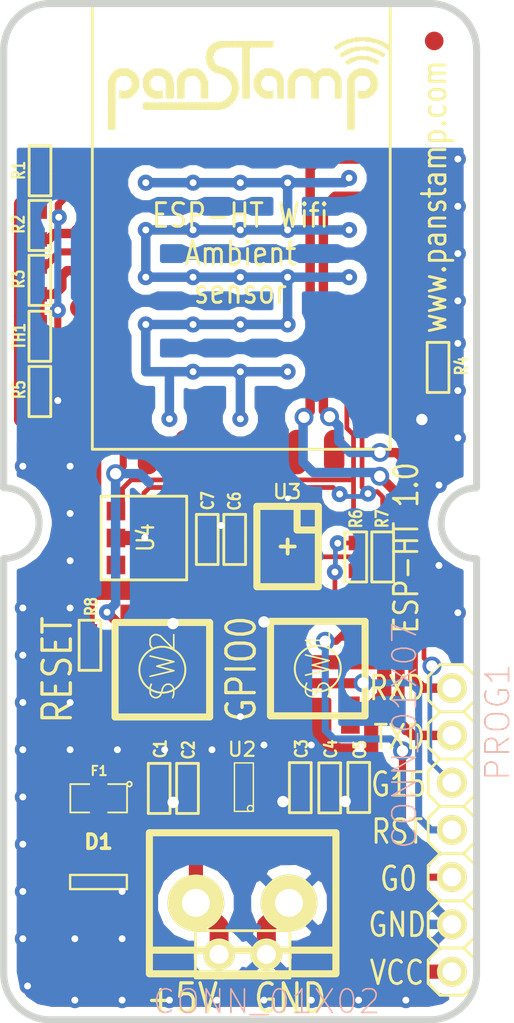
<source format=kicad_pcb>
(kicad_pcb (version 4) (host pcbnew 0.201511131146+6311~30~ubuntu14.04.1-product)
  (title_block (title "panStamp Humidity and Temperature board for ESP8266") (date 2015-11-28) (rev 1.0) (company panStamp))
  (layers (0 Front signal) (31 Back signal) (34 B.Paste user) (35 F.Paste user) (36 B.SilkS user) (37 F.SilkS user) (38 B.Mask user) (39 F.Mask user) (44 Edge.Cuts user))
  (net 0 "")
  (net 1 /RESET)
  (net 2 /RXD)
  (net 3 /TXD)
  (net 4 GND)
  (net 5 /GPIO0)
  (net 6 /GPIO2)
  (net 7 /ADC)
  (net 8 /GPIO4)
  (net 9 /GPIO5)
  (net 10 /GPIO15)
  (net 11 VCC)
  (net 12 "Net-(R2-Pad1)")
  (net 13 /GPIO16)
  (net 14 "Net-(U1-Pad9)")
  (net 15 "Net-(U1-Pad10)")
  (net 16 "Net-(U1-Pad11)")
  (net 17 "Net-(U1-Pad12)")
  (net 18 "Net-(U1-Pad13)")
  (net 19 "Net-(U1-Pad14)")
  (net 20 /GPIO14)
  (net 21 /GPIO12)
  (net 22 /GPIO13)
  (net 23 "Net-(C1-Pad1)")
  (net 24 "Net-(F1-Pad1)")
  (module pinhead:pinhead-1-1X02 (layer Front) (at 148.717 96.0882)
    (fp_text reference P2 hide)
    (fp_text value CONN_01X02 (at 1.27 2.54) (layer B.SilkS) (effects (font (size 1.27 1.27) (thickness 0.0889))))
    (pad 1 thru_hole circle (at -1.27 0) (size 1.7 1.7) (drill 1.016) (layers *.Cu F.Paste F.SilkS F.Mask) (net 24 "Net-(F1-Pad1)"))
    (pad 2 thru_hole circle (at 1.27 0) (size 1.7 1.7) (drill 1.016) (layers *.Cu F.Paste F.SilkS F.Mask) (net 4 GND))
  )
  (module ESP8266:ESP-12E (layer Front) (at 140.64 53.34)
    (fp_text reference U1 hide)
    (fp_text value ESP-12E hide)
    (pad 9 smd oval (at 2.99 15.75 90) (size 2.4 1.1) (layers Front F.Paste F.Mask) (net 14 "Net-(U1-Pad9)"))
    (pad 10 smd oval (at 4.99 15.75 90) (size 2.4 1.1) (layers Front F.Paste F.Mask) (net 15 "Net-(U1-Pad10)"))
    (pad 11 smd oval (at 6.99 15.75 90) (size 2.4 1.1) (layers Front F.Paste F.Mask) (net 16 "Net-(U1-Pad11)"))
    (pad 12 smd oval (at 8.99 15.75 90) (size 2.4 1.1) (layers Front F.Paste F.Mask) (net 17 "Net-(U1-Pad12)"))
    (pad 13 smd oval (at 10.99 15.75 90) (size 2.4 1.1) (layers Front F.Paste F.Mask) (net 18 "Net-(U1-Pad13)"))
    (pad 14 smd oval (at 12.99 15.75 90) (size 2.4 1.1) (layers Front F.Paste F.Mask) (net 19 "Net-(U1-Pad14)"))
    (pad 1 smd rect (at 0 0) (size 2.4 1.1) (layers Front F.Paste F.Mask) (net 1 /RESET))
    (pad 2 smd oval (at 0 2) (size 2.4 1.1) (layers Front F.Paste F.Mask) (net 7 /ADC))
    (pad 3 smd oval (at 0 4) (size 2.4 1.1) (layers Front F.Paste F.Mask) (net 12 "Net-(R2-Pad1)"))
    (pad 4 smd oval (at 0 6) (size 2.4 1.1) (layers Front F.Paste F.Mask) (net 13 /GPIO16))
    (pad 5 smd oval (at 0 8) (size 2.4 1.1) (layers Front F.Paste F.Mask) (net 20 /GPIO14))
    (pad 6 smd oval (at 0 10) (size 2.4 1.1) (layers Front F.Paste F.Mask) (net 21 /GPIO12))
    (pad 7 smd oval (at 0 12) (size 2.4 1.1) (layers Front F.Paste F.Mask) (net 22 /GPIO13))
    (pad 8 smd oval (at 0 14) (size 2.4 1.1) (layers Front F.Paste F.Mask) (net 11 VCC))
    (pad 15 smd oval (at 16 14) (size 2.4 1.1) (layers Front F.Paste F.Mask) (net 4 GND))
    (pad 16 smd oval (at 16 12) (size 2.4 1.1) (layers Front F.Paste F.Mask) (net 10 /GPIO15))
    (pad 17 smd oval (at 16 10) (size 2.4 1.1) (layers Front F.Paste F.Mask) (net 6 /GPIO2))
    (pad 18 smd oval (at 16 8) (size 2.4 1.1) (layers Front F.Paste F.Mask) (net 5 /GPIO0))
    (pad 19 smd oval (at 16 6) (size 2.4 1.1) (layers Front F.Paste F.Mask) (net 8 /GPIO4))
    (pad 20 smd oval (at 16 4) (size 2.4 1.1) (layers Front F.Paste F.Mask) (net 9 /GPIO5))
    (pad 21 smd oval (at 16 2) (size 2.4 1.1) (layers Front F.Paste F.Mask) (net 2 /RXD))
    (pad 22 smd oval (at 16 0) (size 2.4 1.1) (layers Front F.Paste F.Mask) (net 3 /TXD))
  )
  (module mysmd:SM0603S (layer Front) (at 144.23 87.17 270)
    (fp_text reference C1 (at -2.13 -0.06 270) (layer F.SilkS) (effects (font (size 0.635 0.508) (thickness 0.127))))
    (fp_text value 10u hide)
    (pad 2 smd rect (at 0.7493 0 270) (size 0.7874 0.762) (layers Front F.Paste F.Mask) (net 4 GND))
    (pad 1 smd rect (at -0.7493 0 270) (size 0.7874 0.762) (layers Front F.Paste F.Mask) (net 23 "Net-(C1-Pad1)"))
  )
  (module mysmd:SM0603S (layer Front) (at 145.75 87.17 270)
    (fp_text reference C2 (at -2.07 -0.05 270) (layer F.SilkS) (effects (font (size 0.635 0.508) (thickness 0.127))))
    (fp_text value 1u hide)
    (pad 2 smd rect (at 0.7493 0 270) (size 0.7874 0.762) (layers Front F.Paste F.Mask) (net 4 GND))
    (pad 1 smd rect (at -0.7493 0 270) (size 0.7874 0.762) (layers Front F.Paste F.Mask) (net 23 "Net-(C1-Pad1)"))
  )
  (module mysmd:SM0603S (layer Front) (at 151.81 87.13 270)
    (fp_text reference C3 (at -2.09 -0.06 270) (layer F.SilkS) (effects (font (size 0.635 0.508) (thickness 0.127))))
    (fp_text value 10u hide)
    (pad 2 smd rect (at 0.7493 0 270) (size 0.7874 0.762) (layers Front F.Paste F.Mask) (net 4 GND))
    (pad 1 smd rect (at -0.7493 0 270) (size 0.7874 0.762) (layers Front F.Paste F.Mask) (net 11 VCC))
  )
  (module mysmd:SM0603S (layer Front) (at 153.39 87.14 270)
    (fp_text reference C4 (at -2.09 -0.06 270) (layer F.SilkS) (effects (font (size 0.635 0.508) (thickness 0.127))))
    (fp_text value 1u hide)
    (pad 2 smd rect (at 0.7493 0 270) (size 0.7874 0.762) (layers Front F.Paste F.Mask) (net 4 GND))
    (pad 1 smd rect (at -0.7493 0 270) (size 0.7874 0.762) (layers Front F.Paste F.Mask) (net 11 VCC))
  )
  (module mysmd:SM0603S (layer Front) (at 154.95 87.12 270)
    (fp_text reference C5 (at -2.04 -0.06 270) (layer F.SilkS) (effects (font (size 0.635 0.508) (thickness 0.127))))
    (fp_text value 100n hide)
    (pad 2 smd rect (at 0.7493 0 270) (size 0.7874 0.762) (layers Front F.Paste F.Mask) (net 4 GND))
    (pad 1 smd rect (at -0.7493 0 270) (size 0.7874 0.762) (layers Front F.Paste F.Mask) (net 11 VCC))
  )
  (module SM0603S (layer Front) (at 148.2852 73.787 90)
    (fp_text reference C6 (at 2.06 -0.01 90) (layer F.SilkS) (effects (font (size 0.635 0.508) (thickness 0.127))))
    (fp_text value 100n hide)
    (pad 2 smd rect (at 0.7493 0 90) (size 0.7874 0.762) (layers Front F.Paste F.Mask) (net 4 GND))
    (pad 1 smd rect (at -0.7493 0 90) (size 0.7874 0.762) (layers Front F.Paste F.Mask) (net 11 VCC))
  )
  (module myconnectors:terminal_block_5mm_2P (layer Front) (at 148.72 93.35)
    (fp_text reference P1 hide)
    (fp_text value CONN_01X02 hide)
    (pad 1 thru_hole circle (at -2.51714 -0.0254) (size 3.048 3.048) (drill 1.4986) (layers *.Cu *.Mask F.SilkS) (net 24 "Net-(F1-Pad1)"))
    (pad 2 thru_hole circle (at 2.48412 -0.0254) (size 3.048 3.048) (drill 1.4986) (layers *.Cu *.Mask F.SilkS) (net 4 GND))
  )
  (module mysmd:SM0603S (layer Front) (at 137.83 53.97 270)
    (fp_text reference R1 (at -0.02 1.14 270) (layer F.SilkS) (effects (font (size 0.635 0.508) (thickness 0.127))))
    (fp_text value 10k hide)
    (pad 2 smd rect (at 0.7493 0 270) (size 0.7874 0.762) (layers Front F.Paste F.Mask) (net 11 VCC))
    (pad 1 smd rect (at -0.7493 0 270) (size 0.7874 0.762) (layers Front F.Paste F.Mask) (net 1 /RESET))
  )
  (module mysmd:SM0603S (layer Front) (at 137.82 56.91 90)
    (fp_text reference R2 (at 0.0635 -1.1557 90) (layer F.SilkS) (effects (font (size 0.635 0.508) (thickness 0.127))))
    (fp_text value 10k hide)
    (pad 2 smd rect (at 0.7493 0 90) (size 0.7874 0.762) (layers Front F.Paste F.Mask) (net 11 VCC))
    (pad 1 smd rect (at -0.7493 0 90) (size 0.7874 0.762) (layers Front F.Paste F.Mask) (net 12 "Net-(R2-Pad1)"))
  )
  (module mysmd:SM0603S (layer Front) (at 137.82 59.86 270)
    (fp_text reference R3 (at -0.07 1.16 270) (layer F.SilkS) (effects (font (size 0.635 0.508) (thickness 0.127))))
    (fp_text value 0 hide)
    (pad 2 smd rect (at 0.7493 0 270) (size 0.7874 0.762) (layers Front F.Paste F.Mask) (net 13 /GPIO16))
    (pad 1 smd rect (at -0.7493 0 270) (size 0.7874 0.762) (layers Front F.Paste F.Mask) (net 1 /RESET))
  )
  (module mysmd:SM0603S (layer Front) (at 159.21 64.54 270)
    (fp_text reference R4 (at -0.08 -1.25 270) (layer F.SilkS) (effects (font (size 0.635 0.508) (thickness 0.127))))
    (fp_text value 10k hide)
    (pad 2 smd rect (at 0.7493 0 270) (size 0.7874 0.762) (layers Front F.Paste F.Mask) (net 10 /GPIO15))
    (pad 1 smd rect (at -0.7493 0 270) (size 0.7874 0.762) (layers Front F.Paste F.Mask) (net 4 GND))
  )
  (module mysmd:SM0603S (layer Front) (at 154.7876 74.7268 90)
    (fp_text reference R6 (at 2.05 0.01 90) (layer F.SilkS) (effects (font (size 0.635 0.508) (thickness 0.127))))
    (fp_text value 10k hide)
    (pad 2 smd rect (at 0.7493 0 90) (size 0.7874 0.762) (layers Front F.Paste F.Mask) (net 5 /GPIO0))
    (pad 1 smd rect (at -0.7493 0 90) (size 0.7874 0.762) (layers Front F.Paste F.Mask) (net 11 VCC))
  )
  (module mysmd:SM0603S (layer Front) (at 156.2354 74.7268 90)
    (fp_text reference R7 (at 2.06 -0.03 90) (layer F.SilkS) (effects (font (size 0.635 0.508) (thickness 0.127))))
    (fp_text value 10k hide)
    (pad 2 smd rect (at 0.7493 0 90) (size 0.7874 0.762) (layers Front F.Paste F.Mask) (net 6 /GPIO2))
    (pad 1 smd rect (at -0.7493 0 90) (size 0.7874 0.762) (layers Front F.Paste F.Mask) (net 11 VCC))
  )
  (module mysmd:SM0603S (layer Front) (at 140.5128 79.4766 90)
    (fp_text reference R8 (at 2.0828 0.0762 90) (layer F.SilkS) (effects (font (size 0.635 0.508) (thickness 0.127))))
    (fp_text value 10k hide)
    (pad 2 smd rect (at 0.7493 0 90) (size 0.7874 0.762) (layers Front F.Paste F.Mask) (net 11 VCC))
    (pad 1 smd rect (at -0.7493 0 90) (size 0.7874 0.762) (layers Front F.Paste F.Mask) (net 1 /RESET))
  )
  (module switch-tact-noah (layer Front) (at 152.75 80.73 270)
    (fp_text reference SW1 (at -0.1905 -0.03048 270) (layer F.SilkS) (effects (font (size 1.27 1.27) (thickness 0.0889))))
    (fp_text value SW_PUSH_SMALL hide)
    (pad 1 smd rect (at -2.49936 -1.75006 270) (size 1.99898 1.00076) (layers Front F.Paste F.Mask) (net 5 /GPIO0))
    (pad 3 smd rect (at 2.49936 -1.75006 270) (size 1.99898 1.00076) (layers Front F.Paste F.Mask))
    (pad 2 smd rect (at -2.49936 1.75006 270) (size 1.99898 1.00076) (layers Front F.Paste F.Mask) (net 4 GND))
    (pad 4 smd rect (at 2.49936 1.75006 270) (size 1.99898 1.00076) (layers Front F.Paste F.Mask))
  )
  (module switch-tact-noah (layer Front) (at 144.4 80.79 270)
    (fp_text reference SW2 (at -0.1905 -0.03048 270) (layer F.SilkS) (effects (font (size 1.27 1.27) (thickness 0.0889))))
    (fp_text value SW_PUSH_SMALL hide)
    (pad 1 smd rect (at -2.49936 -1.75006 270) (size 1.99898 1.00076) (layers Front F.Paste F.Mask) (net 4 GND))
    (pad 3 smd rect (at 2.49936 -1.75006 270) (size 1.99898 1.00076) (layers Front F.Paste F.Mask))
    (pad 2 smd rect (at -2.49936 1.75006 270) (size 1.99898 1.00076) (layers Front F.Paste F.Mask) (net 1 /RESET))
    (pad 4 smd rect (at 2.49936 1.75006 270) (size 1.99898 1.00076) (layers Front F.Paste F.Mask))
  )
  (module libcms:SOT23 (layer Front) (at 148.78 87.07 90)
    (fp_text reference U2 (at 1.99898 -0.09906 180) (layer F.SilkS) (effects (font (size 0.762 0.762) (thickness 0.11938))))
    (fp_text value MCP1700-3.0 hide)
    (pad 3 smd rect (at 0 -1.09982 90) (size 0.8001 1.00076) (layers Front F.Paste F.Mask) (net 23 "Net-(C1-Pad1)"))
    (pad 2 smd rect (at 0.9525 1.09982 90) (size 0.8001 1.00076) (layers Front F.Paste F.Mask) (net 11 VCC))
    (pad 1 smd rect (at -0.9525 1.09982 90) (size 0.8001 1.00076) (layers Front F.Paste F.Mask) (net 4 GND))
  )
  (module mysmd:DFN-6 (layer Front) (at 151.13 74.168 180)
    (fp_text reference U3 (at 0.0254 2.9464 360) (layer F.SilkS) (effects (font (size 0.762 0.762) (thickness 0.127))))
    (fp_text value SI7021 hide)
    (pad 6 smd rect (at -1 -1.625 180) (size 0.45 1.2) (layers Front F.Paste F.Mask) (net 6 /GPIO2))
    (pad 5 smd rect (at 0 -1.625 180) (size 0.45 1.2) (layers Front F.Paste F.Mask) (net 11 VCC))
    (pad 4 smd rect (at 1 -1.625 180) (size 0.45 1.2) (layers Front F.Paste F.Mask))
    (pad 3 smd rect (at 1 1.625 180) (size 0.45 1.2) (layers Front F.Paste F.Mask))
    (pad 2 smd rect (at 0 1.625 180) (size 0.45 1.2) (layers Front F.Paste F.Mask) (net 4 GND))
    (pad 1 smd rect (at -1 1.625 180) (size 0.45 1.2) (layers Front F.Paste F.Mask) (net 5 /GPIO0))
    (pad 7 smd rect (at 0 0 180) (size 2.4 1.5) (layers Front F.Paste F.Mask))
  )
  (module libcms:SM0805 (layer Front) (at 140.98 87.7 180)
    (fp_text reference F1 (at -0.02 1.47 360) (layer F.SilkS) (effects (font (size 0.50038 0.50038) (thickness 0.10922))))
    (fp_text value FUSE hide)
    (pad 1 smd rect (at -0.9525 0 180) (size 0.889 1.397) (layers Front F.Paste F.Mask) (net 24 "Net-(F1-Pad1)"))
    (pad 2 smd rect (at 0.9525 0 180) (size 0.889 1.397) (layers Front F.Paste F.Mask) (net 23 "Net-(C1-Pad1)"))
  )
  (module pinhead:pinhead-1-1X07 (layer Front) (at 159.95 89.4 270)
    (fp_text reference PROG1 (at -5.7912 -2.4638 270) (layer B.SilkS) (effects (font (size 1.27 1.27) (thickness 0.0889))))
    (fp_text value CONN_01X07 (at -5.08 2.54 270) (layer B.SilkS) (effects (font (size 1.27 1.27) (thickness 0.0889))))
    (pad 1 thru_hole circle (at -7.62 0 270) (size 1.6 1.6) (drill 1) (layers *.Cu F.Paste F.SilkS F.Mask) (net 2 /RXD))
    (pad 2 thru_hole circle (at -5.08 0 270) (size 1.6 1.6) (drill 1) (layers *.Cu F.Paste F.SilkS F.Mask) (net 3 /TXD))
    (pad 3 thru_hole circle (at -2.54 0 270) (size 1.6 1.6) (drill 1) (layers *.Cu F.Paste F.SilkS F.Mask) (net 10 /GPIO15))
    (pad 4 thru_hole circle (at 0 0 270) (size 1.6 1.6) (drill 1) (layers *.Cu F.Paste F.SilkS F.Mask) (net 1 /RESET))
    (pad 5 thru_hole circle (at 2.54 0 270) (size 1.6 1.6) (drill 1) (layers *.Cu F.Paste F.SilkS F.Mask) (net 5 /GPIO0))
    (pad 6 thru_hole circle (at 5.08 0 270) (size 1.6 1.6) (drill 1) (layers *.Cu F.Paste F.SilkS F.Mask) (net 4 GND))
    (pad 7 thru_hole circle (at 7.62 0 270) (size 1.6 1.6) (drill 1) (layers *.Cu F.Paste F.SilkS F.Mask) (net 11 VCC))
  )
  (module mymods:PANSTAMPLOGO (layer Front) (at 141.478 46.482)
    (fp_text reference G*** hide)
    (fp_text value PANSTAMPLOGO hide)
  )
  (module mysmd:SOT23 (layer Front) (at 140.97 92.202)
    (fp_text reference D1 (at 0 -2.159) (layer F.SilkS) (effects (font (size 0.762 0.762) (thickness 0.1905))))
    (fp_text value D_Schottky_x2_ACom_KKA hide)
    (pad 2 smd rect (at -0.889 -1.016) (size 0.9144 0.9144) (layers Front F.Paste F.Mask) (net 23 "Net-(C1-Pad1)"))
    (pad 1 smd rect (at 0.889 -1.016) (size 0.9144 0.9144) (layers Front F.Paste F.Mask) (net 23 "Net-(C1-Pad1)"))
    (pad 3 smd rect (at 0 1.016) (size 0.9144 0.9144) (layers Front F.Paste F.Mask) (net 4 GND))
  )
  (module mysmd:SM0603S (layer Front) (at 137.8204 65.8368 270)
    (fp_text reference R5 (at -0.1016 1.1176 270) (layer F.SilkS) (effects (font (size 0.635 0.508) (thickness 0.127))))
    (fp_text value 10k hide)
    (pad 2 smd rect (at 0.7493 0 270) (size 0.7874 0.762) (layers Front F.Paste F.Mask) (net 4 GND))
    (pad 1 smd rect (at -0.7493 0 270) (size 0.7874 0.762) (layers Front F.Paste F.Mask) (net 7 /ADC))
  )
  (module mysmd:SM0603S (layer Front) (at 137.8204 62.865 270)
    (fp_text reference TH1 (at 0 1.1176 270) (layer F.SilkS) (effects (font (size 0.635 0.508) (thickness 0.127))))
    (fp_text value THERMISTOR hide)
    (pad 2 smd rect (at 0.7493 0 270) (size 0.7874 0.762) (layers Front F.Paste F.Mask) (net 7 /ADC))
    (pad 1 smd rect (at -0.7493 0 270) (size 0.7874 0.762) (layers Front F.Paste F.Mask) (net 13 /GPIO16))
  )
  (module mymods:fiducial (layer Front) (at 138.684 97.028)
    (fp_text reference fiducial hide)
    (fp_text value VAL** hide)
    (pad 1 smd circle (at 0 0) (size 1 1) (layers Front F.Mask) (clearance 0.5))
  )
  (module mymods:fiducial (layer Front) (at 159.004 46.99)
    (fp_text reference fiducial hide)
    (fp_text value VAL** hide)
    (pad 1 smd circle (at 0 0) (size 1 1) (layers Front F.Mask) (clearance 0.5))
  )
  (module mysmd:SM0603S (layer Front) (at 146.812 73.787 90)
    (fp_text reference C7 (at 2.0828 0.0254 90) (layer F.SilkS) (effects (font (size 0.635 0.508) (thickness 0.127))))
    (fp_text value 1u hide)
    (pad 2 smd rect (at 0.7493 0 90) (size 0.7874 0.762) (layers Front F.Paste F.Mask) (net 4 GND))
    (pad 1 smd rect (at -0.7493 0 90) (size 0.7874 0.762) (layers Front F.Paste F.Mask) (net 11 VCC))
  )
  (module mysmd:BMP180 (layer Front) (at 143.4084 73.7108)
    (fp_text reference U4 (at 0.09144 -0.0254 90) (layer F.SilkS) (effects (font (size 0.889 0.762) (thickness 0.127))))
    (fp_text value BMP180 hide)
    (pad 3 smd rect (at 1.5 1.45) (size 1 1) (layers Front F.Paste F.Mask) (net 11 VCC))
    (pad 2 smd rect (at 0 1.45) (size 1 1) (layers Front F.Paste F.Mask) (net 11 VCC))
    (pad 1 smd rect (at -1.5 1.45) (size 1 1) (layers Front F.Paste F.Mask))
    (pad 6 smd rect (at -1.5 -1.45) (size 1 1) (layers Front F.Paste F.Mask) (net 5 /GPIO0))
    (pad 5 smd rect (at 0 -1.45) (size 1 1) (layers Front F.Paste F.Mask) (net 6 /GPIO2))
    (pad 4 smd rect (at 1.5 -1.45) (size 1 1) (layers Front F.Paste F.Mask))
    (pad 7 smd rect (at -1.5 0) (size 1 1) (layers Front F.Paste F.Mask) (net 4 GND))
  )
  (gr_text "ESP-HT Wifi\nAmbient\nsensor" (at 148.59 58.42) (layer F.SilkS) (effects (font (size 1.27 1.016) (thickness 0.1524))))
  (gr_text TXD (at 157.13 84.41) (layer F.SilkS) (effects (font (size 1.27 1.016) (thickness 0.1524))))
  (gr_text RST (at 157.02 89.49) (layer F.SilkS) (effects (font (size 1.27 1.016) (thickness 0.1524))))
  (gr_text G15 (at 157.09 86.96) (layer F.SilkS) (effects (font (size 1.27 1.016) (thickness 0.1524))))
  (gr_text RXD (at 157.01 81.78) (layer F.SilkS) (effects (font (size 1.27 1.016) (thickness 0.1524))))
  (gr_text G0 (at 157.09 92.03) (layer F.SilkS) (effects (font (size 1.27 1.016) (thickness 0.1524))))
  (gr_text GND (at 157.02 94.5) (layer F.SilkS) (effects (font (size 1.27 1.016) (thickness 0.1524))))
  (gr_text VCC (at 157 97.08) (layer F.SilkS) (effects (font (size 1.27 1.016) (thickness 0.1524))))
  (gr_text www.panstamp.com (at 159.004 55.372 90) (layer F.SilkS) (effects (font (size 1.27 1.016) (thickness 0.1524))))
  (gr_text "ESP-HT 1.0" (at 157.5 74.24 90) (layer F.SilkS) (effects (font (size 1.27 1.016) (thickness 0.1524))))
  (gr_text GPIO0 (at 148.64 80.75 90) (layer F.SilkS) (effects (font (size 1.524 1.27) (thickness 0.1778))))
  (gr_text RESET (at 138.7602 80.7974 90) (layer F.SilkS) (effects (font (size 1.524 1.27) (thickness 0.1778))))
  (gr_text "+5V  GND" (at 148.36 98.45) (layer F.SilkS) (effects (font (size 1.524 1.27) (thickness 0.1778))))
  (gr_line (start 138.44 44.98) (end 158.77 44.98) (angle 90) (layer Edge.Cuts) (width 0.381))
  (gr_line (start 135.88 71.01) (end 135.88 47.49) (angle 90) (layer Edge.Cuts) (width 0.381))
  (gr_line (start 135.88 74.81) (end 135.88 97.09) (angle 90) (layer Edge.Cuts) (width 0.381))
  (gr_arc (start 135.88 72.91) (end 137.78 72.89) (angle 90) (layer Edge.Cuts) (width 0.381))
  (gr_arc (start 135.88 72.91) (end 135.87 71.01) (angle 90) (layer Edge.Cuts) (width 0.381))
  (gr_line (start 158.72 99.61) (end 138.4 99.61) (angle 90) (layer Edge.Cuts) (width 0.381))
  (gr_line (start 161.28 74.82) (end 161.28 97.16) (angle 90) (layer Edge.Cuts) (width 0.381))
  (gr_line (start 161.28 47.44) (end 161.29 47.44) (angle 90) (layer Edge.Cuts) (width 0.381))
  (gr_line (start 161.28 70.97) (end 161.28 47.44) (angle 90) (layer Edge.Cuts) (width 0.381))
  (gr_arc (start 161.28 72.91) (end 161.29 74.82) (angle 90) (layer Edge.Cuts) (width 0.381))
  (gr_arc (start 161.27 72.91) (end 159.38 72.91) (angle 90) (layer Edge.Cuts) (width 0.381))
  (gr_arc (start 138.38 47.48) (end 135.88 47.48) (angle 90) (layer Edge.Cuts) (width 0.381))
  (gr_arc (start 158.78 47.48) (end 158.78 44.98) (angle 90) (layer Edge.Cuts) (width 0.381))
  (gr_arc (start 158.77 97.1) (end 161.28 97.1) (angle 90) (layer Edge.Cuts) (width 0.381))
  (gr_arc (start 138.38 97.11) (end 138.38 99.61) (angle 90) (layer Edge.Cuts) (width 0.381))
  (segment (start 151.13 59.69) (end 154.432 59.69) (width 0.508) (layer Back) (net 0))
  (via (at 151.13 59.69) (size 0.8636) (drill 0.3683) (layers Front Back) (net 0))
  (via (at 154.432 59.69) (size 0.8636) (drill 0.3683) (layers Front Back) (net 0))
  (segment (start 151.13 57.15) (end 154.432 57.15) (width 0.508) (layer Back) (net 0))
  (via (at 151.13 57.15) (size 0.8636) (drill 0.3683) (layers Front Back) (net 0))
  (via (at 154.432 57.15) (size 0.8636) (drill 0.3683) (layers Front Back) (net 0))
  (segment (start 151.13 54.61) (end 154.178 54.61) (width 0.508) (layer Back) (net 0))
  (via (at 151.13 54.61) (size 0.8636) (drill 0.3683) (layers Front Back) (net 0))
  (via (at 154.432 54.356) (size 0.8636) (drill 0.3683) (layers Front Back) (net 0))
  (segment (start 154.178 54.61) (end 154.432 54.356) (width 0.508) (layer Back) (net 0))
  (segment (start 143.51 54.61) (end 146.05 54.61) (width 0.508) (layer Back) (net 0))
  (via (at 146.05 54.61) (size 0.8636) (drill 0.3683) (layers Front Back) (net 0))
  (segment (start 148.59 54.61) (end 151.13 54.61) (width 0.508) (layer Back) (net 0))
  (segment (start 151.13 57.15) (end 148.59 57.15) (width 0.508) (layer Back) (net 0))
  (via (at 148.59 57.15) (size 0.8636) (drill 0.3683) (layers Front Back) (net 0))
  (segment (start 146.05 57.15) (end 143.51 57.15) (width 0.508) (layer Back) (net 0))
  (via (at 143.51 57.15) (size 0.8636) (drill 0.3683) (layers Front Back) (net 0))
  (segment (start 143.51 59.69) (end 146.05 59.69) (width 0.508) (layer Back) (net 0))
  (via (at 146.05 59.69) (size 0.8636) (drill 0.3683) (layers Front Back) (net 0))
  (segment (start 148.59 59.69) (end 151.13 59.69) (width 0.508) (layer Back) (net 0))
  (segment (start 151.13 62.23) (end 148.59 62.23) (width 0.508) (layer Back) (net 0))
  (via (at 148.59 62.23) (size 0.8636) (drill 0.3683) (layers Front Back) (net 0))
  (segment (start 146.05 62.23) (end 143.51 62.23) (width 0.508) (layer Back) (net 0))
  (via (at 143.51 62.23) (size 0.8636) (drill 0.3683) (layers Front Back) (net 0))
  (segment (start 143.51 62.23) (end 143.51 64.77) (width 0.508) (layer Back) (net 0))
  (via (at 146.05 62.23) (size 0.8636) (drill 0.3683) (layers Front Back) (net 0))
  (segment (start 148.59 62.23) (end 146.05 62.23) (width 0.508) (layer Back) (net 0))
  (via (at 151.13 62.23) (size 0.8636) (drill 0.3683) (layers Front Back) (net 0))
  (segment (start 151.13 59.69) (end 151.13 62.23) (width 0.508) (layer Back) (net 0))
  (via (at 148.59 59.69) (size 0.8636) (drill 0.3683) (layers Front Back) (net 0))
  (segment (start 146.05 59.69) (end 148.59 59.69) (width 0.508) (layer Back) (net 0))
  (via (at 143.51 59.69) (size 0.8636) (drill 0.3683) (layers Front Back) (net 0))
  (segment (start 143.51 57.15) (end 143.51 59.69) (width 0.508) (layer Back) (net 0))
  (via (at 146.05 57.15) (size 0.8636) (drill 0.3683) (layers Front Back) (net 0))
  (segment (start 148.59 57.15) (end 146.05 57.15) (width 0.508) (layer Back) (net 0))
  (segment (start 151.13 54.61) (end 151.13 57.15) (width 0.508) (layer Back) (net 0))
  (via (at 148.59 54.61) (size 0.8636) (drill 0.3683) (layers Front Back) (net 0))
  (segment (start 146.05 54.61) (end 148.59 54.61) (width 0.508) (layer Back) (net 0))
  (via (at 143.51 54.61) (size 0.8636) (drill 0.3683) (layers Front Back) (net 0))
  (segment (start 148.59 64.77) (end 148.59 67.31) (width 0.508) (layer Back) (net 0))
  (via (at 148.59 64.77) (size 0.8636) (drill 0.3683) (layers Front Back) (net 0))
  (via (at 148.59 67.31) (size 0.8636) (drill 0.3683) (layers Front Back) (net 0))
  (segment (start 144.78 64.77) (end 144.78 67.31) (width 0.508) (layer Back) (net 0))
  (via (at 144.78 67.31) (size 0.8636) (drill 0.3683) (layers Front Back) (net 0))
  (segment (start 151.13 64.77) (end 148.59 64.77) (width 0.508) (layer Back) (net 0))
  (segment (start 146.05 64.77) (end 144.78 64.77) (width 0.508) (layer Back) (net 0))
  (segment (start 144.78 64.77) (end 143.51 64.77) (width 0.508) (layer Back) (net 0))
  (via (at 146.05 64.77) (size 0.8636) (drill 0.3683) (layers Front Back) (net 0))
  (segment (start 148.59 64.77) (end 146.05 64.77) (width 0.508) (layer Back) (net 0))
  (via (at 151.13 64.77) (size 0.8636) (drill 0.3683) (layers Front Back) (net 0))
  (segment (start 141.89 70.25) (end 141.89 77.2358) (width 0.508) (layer Back) (net 1))
  (segment (start 142.01924 78.29064) (end 142.64994 78.29064) (width 0.508) (layer Front) (net 1))
  (segment (start 141.4272 77.6986) (end 142.01924 78.29064) (width 0.508) (layer Front) (net 1))
  (via (at 141.4272 77.6986) (size 0.8636) (drill 0.3683) (layers Front Back) (net 1))
  (segment (start 141.89 77.2358) (end 141.4272 77.6986) (width 0.508) (layer Back) (net 1))
  (segment (start 155.18 81.5) (end 157.739298 81.5) (width 0.381) (layer Back) (net 1))
  (segment (start 158.8182 89.4) (end 159.95 89.4) (width 0.381) (layer Back) (net 1))
  (segment (start 158.169298 88.751098) (end 158.8182 89.4) (width 0.381) (layer Back) (net 1))
  (segment (start 158.169298 81.93) (end 158.169298 88.751098) (width 0.381) (layer Back) (net 1))
  (segment (start 157.739298 81.5) (end 158.169298 81.93) (width 0.381) (layer Back) (net 1))
  (segment (start 142.64994 78.29064) (end 142.64994 81.07994) (width 0.508) (layer Front) (net 1))
  (segment (start 142.64994 81.07994) (end 143.07 81.5) (width 0.508) (layer Front) (net 1))
  (segment (start 143.07 81.5) (end 155.18 81.5) (width 0.508) (layer Front) (net 1))
  (segment (start 142.64994 80.1624) (end 140.5763 80.1624) (width 0.508) (layer Front) (net 1))
  (segment (start 140.5763 80.1624) (end 140.5128 80.2259) (width 0.508) (layer Front) (net 1))
  (segment (start 142.64994 78.29064) (end 142.64994 80.1624) (width 0.508) (layer Front) (net 1))
  (segment (start 142.64994 80.1624) (end 142.64994 80.2259) (width 0.508) (layer Front) (net 1))
  (segment (start 143.1988 70.25) (end 141.89 70.25) (width 0.508) (layer Back) (net 1))
  (via (at 141.89 70.25) (size 1.016) (drill 0.6096) (layers Front Back) (net 1))
  (segment (start 143.6878 70.739) (end 143.1988 70.25) (width 0.508) (layer Back) (net 1))
  (segment (start 140.5128 80.2259) (end 142.64994 80.2259) (width 0.508) (layer Front) (net 1))
  (segment (start 142.5194 80.2386) (end 142.64994 80.2386) (width 0.508) (layer Front) (net 1))
  (segment (start 142.64994 80.2259) (end 142.63724 80.2386) (width 0.508) (layer Front) (net 1))
  (segment (start 142.63724 80.2386) (end 142.5194 80.2386) (width 0.508) (layer Front) (net 1))
  (segment (start 142.64994 77.75294) (end 142.64994 78.29064) (width 0.508) (layer Front) (net 1))
  (segment (start 142.64994 77.69506) (end 142.64994 78.29064) (width 0.508) (layer Front) (net 1))
  (segment (start 142.64994 78.29064) (end 142.64994 80.2386) (width 0.381) (layer Front) (net 1))
  (segment (start 142.64994 80.2386) (end 142.64994 81.07994) (width 0.381) (layer Front) (net 1))
  (segment (start 142.64994 81.07994) (end 143.17 81.6) (width 0.381) (layer Front) (net 1))
  (segment (start 155.08 81.6) (end 155.18 81.5) (width 0.381) (layer Front) (net 1))
  (segment (start 143.17 81.6) (end 155.08 81.6) (width 0.381) (layer Front) (net 1))
  (segment (start 142.3 57.85) (end 142.3 69.84) (width 0.381) (layer Front) (net 1))
  (segment (start 142.3 69.84) (end 141.89 70.25) (width 0.381) (layer Front) (net 1))
  (segment (start 142.48 78.1207) (end 142.64994 78.29064) (width 0.508) (layer Front) (net 1))
  (segment (start 137.82 59.1107) (end 138.1093 59.1107) (width 0.381) (layer Front) (net 1))
  (segment (start 138.1093 59.1107) (end 138.89 58.33) (width 0.381) (layer Front) (net 1))
  (segment (start 138.89 58.33) (end 141.82 58.33) (width 0.381) (layer Front) (net 1))
  (segment (start 141.82 58.33) (end 142.3 57.85) (width 0.381) (layer Front) (net 1))
  (segment (start 142.3 57.85) (end 142.3 54.45) (width 0.381) (layer Front) (net 1))
  (segment (start 142.3 54.45) (end 141.19 53.34) (width 0.381) (layer Front) (net 1))
  (segment (start 141.19 53.34) (end 140.64 53.34) (width 0.381) (layer Front) (net 1))
  (segment (start 137.83 53.2207) (end 140.5207 53.2207) (width 0.508) (layer Front) (net 1))
  (segment (start 140.5207 53.2207) (end 140.64 53.34) (width 0.508) (layer Front) (net 1))
  (via (at 155.18 81.5) (size 1.016) (drill 0.6096) (layers Front Back) (net 1))
  (segment (start 156.64 55.34) (end 153.68 55.34) (width 0.508) (layer Front) (net 2))
  (segment (start 153.05 66.86) (end 153.38 67.19) (width 0.508) (layer Front) (net 2))
  (segment (start 153.05 55.97) (end 153.05 66.86) (width 0.508) (layer Front) (net 2))
  (segment (start 153.68 55.34) (end 153.05 55.97) (width 0.508) (layer Front) (net 2))
  (segment (start 153.38 67.19) (end 153.88 67.69) (width 0.508) (layer Back) (net 2))
  (via (at 153.38 67.19) (size 1.016) (drill 0.6096) (layers Front Back) (net 2))
  (segment (start 157.869404 76.09) (end 157.869404 69.999404) (width 0.508) (layer Front) (net 2))
  (segment (start 157.869404 69.999404) (end 156.99 69.12) (width 0.508) (layer Front) (net 2))
  (segment (start 158.4 81.78) (end 159.95 81.78) (width 0.508) (layer Front) (net 2))
  (segment (start 157.869404 81.249404) (end 158.4 81.78) (width 0.508) (layer Front) (net 2))
  (segment (start 157.869404 76.09) (end 157.869404 81.249404) (width 0.508) (layer Front) (net 2))
  (segment (start 156.1 69.12) (end 156.99 69.12) (width 0.508) (layer Front) (net 2))
  (segment (start 156.09 69.11) (end 156.1 69.12) (width 0.508) (layer Front) (net 2))
  (via (at 156.09 69.11) (size 1.016) (drill 0.6096) (layers Front Back) (net 2))
  (segment (start 154.49 69.11) (end 156.09 69.11) (width 0.508) (layer Back) (net 2))
  (segment (start 153.88 68.5) (end 154.49 69.11) (width 0.508) (layer Back) (net 2))
  (segment (start 153.88 67.69) (end 153.88 68.5) (width 0.508) (layer Back) (net 2))
  (segment (start 157.158202 83.618202) (end 157.49 83.95) (width 0.508) (layer Front) (net 3))
  (segment (start 157.49 83.95) (end 157.49 84.06) (width 0.508) (layer Front) (net 3))
  (segment (start 157.49 84.06) (end 157.49 83.95) (width 0.508) (layer Front) (net 3))
  (segment (start 157.86 84.32) (end 159.95 84.32) (width 0.508) (layer Front) (net 3))
  (segment (start 157.49 83.95) (end 157.86 84.32) (width 0.508) (layer Front) (net 3))
  (segment (start 157.158202 76.32) (end 157.158202 71.468202) (width 0.508) (layer Front) (net 3))
  (segment (start 157.158202 76.32) (end 157.158202 83.618202) (width 0.508) (layer Front) (net 3))
  (segment (start 157.158202 71.468202) (end 156.08 70.39) (width 0.508) (layer Front) (net 3))
  (segment (start 154.86 70.19) (end 155.88 70.19) (width 0.508) (layer Back) (net 3))
  (segment (start 152.84 53.34) (end 152.338798 53.841202) (width 0.508) (layer Front) (net 3))
  (segment (start 152.338798 53.841202) (end 152.338798 66.891202) (width 0.508) (layer Front) (net 3))
  (segment (start 152.338798 66.891202) (end 152.01 67.22) (width 0.508) (layer Front) (net 3))
  (via (at 152.01 67.22) (size 1.016) (drill 0.6096) (layers Front Back) (net 3))
  (segment (start 152.01 67.22) (end 151.96 67.27) (width 0.508) (layer Back) (net 3))
  (segment (start 151.96 67.27) (end 151.96 69.64) (width 0.508) (layer Back) (net 3))
  (segment (start 151.96 69.64) (end 152.51 70.19) (width 0.508) (layer Back) (net 3))
  (segment (start 152.51 70.19) (end 154.86 70.19) (width 0.508) (layer Back) (net 3))
  (segment (start 156.64 53.34) (end 152.84 53.34) (width 0.508) (layer Front) (net 3))
  (via (at 156.08 70.39) (size 1.016) (drill 0.6096) (layers Front Back) (net 3))
  (segment (start 155.88 70.19) (end 156.08 70.39) (width 0.508) (layer Back) (net 3))
  (segment (start 151.13 72.543) (end 151.13 71.5772) (width 0.254) (layer Front) (net 4))
  (segment (start 151.13 71.5772) (end 151.13 71.6026) (width 0.254) (layer Back) (net 4))
  (via (at 151.13 71.5772) (size 0.5588) (drill 0.3048) (layers Front Back) (net 4))
  (segment (start 141.9084 73.7108) (end 143.4338 73.7108) (width 0.762) (layer Front) (net 4))
  (segment (start 143.4592 73.6854) (end 143.4592 73.66) (width 0.762) (layer Back) (net 4))
  (via (at 143.4592 73.6854) (size 0.8636) (drill 0.3683) (layers Front Back) (net 4))
  (segment (start 143.4338 73.7108) (end 143.4592 73.6854) (width 0.762) (layer Front) (net 4))
  (via (at 147.5486 73.0377) (size 0.8636) (drill 0.3683) (layers Front Back) (net 4))
  (segment (start 147.4978 73.025) (end 147.5359 73.025) (width 0.762) (layer Back) (net 4))
  (segment (start 147.5359 73.025) (end 147.5486 73.0377) (width 0.762) (layer Back) (net 4))
  (segment (start 146.812 73.0377) (end 147.5486 73.0377) (width 0.762) (layer Front) (net 4))
  (segment (start 147.5486 73.0377) (end 148.2852 73.0377) (width 0.762) (layer Front) (net 4))
  (via (at 136.906 69.85) (size 0.8636) (drill 0.3683) (layers Front Back) (net 4))
  (segment (start 139.446 69.85) (end 136.906 69.85) (width 0.508) (layer Back) (net 4))
  (segment (start 139.446 72.39) (end 139.446 69.85) (width 0.508) (layer Back) (net 4))
  (via (at 139.446 72.39) (size 0.8636) (drill 0.3683) (layers Front Back) (net 4))
  (segment (start 139.446 77.47) (end 139.446 74.93) (width 0.508) (layer Back) (net 4))
  (via (at 139.446 77.47) (size 0.8636) (drill 0.3683) (layers Front Back) (net 4))
  (via (at 139.446 74.93) (size 0.8636) (drill 0.3683) (layers Front Back) (net 4))
  (segment (start 139.446 72.39) (end 139.446 74.93) (width 0.508) (layer Back) (net 4))
  (segment (start 139.446 69.85) (end 139.446 69.596) (width 0.508) (layer Front) (net 4))
  (via (at 139.446 69.85) (size 0.8636) (drill 0.3683) (layers Front Back) (net 4))
  (segment (start 149.987 96.0882) (end 149.987 94.54172) (width 1.016) (layer Front) (net 4))
  (segment (start 149.987 94.54172) (end 151.20412 93.3246) (width 1.016) (layer Front) (net 4))
  (segment (start 140.97 93.218) (end 141.732 93.218) (width 0.762) (layer Front) (net 4))
  (via (at 142.24 92.71) (size 0.8636) (drill 0.3683) (layers Front Back) (net 4))
  (segment (start 141.732 93.218) (end 142.24 92.71) (width 0.762) (layer Front) (net 4))
  (segment (start 142.24 95.25) (end 139.7 95.25) (width 0.762) (layer Back) (net 4))
  (via (at 139.7 95.25) (size 0.8636) (drill 0.3683) (layers Front Back) (net 4))
  (via (at 139.7 98.552) (size 0.8636) (drill 0.3683) (layers Front Back) (net 4))
  (segment (start 139.7 95.25) (end 139.7 98.552) (width 0.762) (layer Back) (net 4))
  (via (at 142.24 95.25) (size 0.8636) (drill 0.3683) (layers Front Back) (net 4))
  (segment (start 137.8204 66.5861) (end 138.5189 66.5861) (width 0.508) (layer Front) (net 4))
  (via (at 138.7856 66.3194) (size 0.8636) (drill 0.3683) (layers Front Back) (net 4))
  (segment (start 138.5189 66.5861) (end 138.7856 66.3194) (width 0.508) (layer Front) (net 4))
  (segment (start 152.4 84.836) (end 149.86 84.836) (width 0.508) (layer Back) (net 4))
  (segment (start 149.606 85.09) (end 149.86 84.836) (width 0.508) (layer Back) (net 4))
  (via (at 149.86 84.836) (size 0.8636) (drill 0.3683) (layers Front Back) (net 4))
  (via (at 147.066 85.09) (size 0.8636) (drill 0.3683) (layers Front Back) (net 4))
  (segment (start 149.606 85.09) (end 147.066 85.09) (width 0.508) (layer Back) (net 4))
  (via (at 152.4 84.836) (size 0.8636) (drill 0.3683) (layers Front Back) (net 4))
  (segment (start 147.066 85.09) (end 147.066 84.836) (width 0.508) (layer Back) (net 4))
  (segment (start 144.526 85.09) (end 141.986 85.09) (width 0.508) (layer Back) (net 4))
  (via (at 141.986 85.09) (size 0.8636) (drill 0.3683) (layers Front Back) (net 4))
  (segment (start 139.446 85.09) (end 139.446 82.55) (width 0.508) (layer Back) (net 4))
  (via (at 139.446 82.55) (size 0.8636) (drill 0.3683) (layers Front Back) (net 4))
  (segment (start 139.446 80.01) (end 139.446 77.47) (width 0.508) (layer Back) (net 4))
  (segment (start 136.906 77.47) (end 136.906 80.01) (width 0.508) (layer Back) (net 4))
  (segment (start 136.906 81.534) (end 136.906 80.01) (width 0.508) (layer Back) (net 4))
  (via (at 136.906 80.01) (size 0.8636) (drill 0.3683) (layers Front Back) (net 4))
  (segment (start 136.906 82.55) (end 136.906 85.09) (width 0.508) (layer Back) (net 4))
  (via (at 136.906 85.09) (size 0.8636) (drill 0.3683) (layers Front Back) (net 4))
  (segment (start 136.906 87.63) (end 136.906 90.17) (width 0.508) (layer Back) (net 4))
  (via (at 136.906 90.17) (size 0.8636) (drill 0.3683) (layers Front Back) (net 4))
  (segment (start 136.906 92.71) (end 136.906 95.25) (width 0.508) (layer Back) (net 4))
  (segment (start 137.16 95.504) (end 136.906 95.25) (width 0.508) (layer Back) (net 4))
  (via (at 136.906 95.25) (size 0.8636) (drill 0.3683) (layers Front Back) (net 4))
  (segment (start 137.16 97.79) (end 137.16 95.504) (width 0.508) (layer Back) (net 4))
  (via (at 136.906 92.71) (size 0.8636) (drill 0.3683) (layers Front Back) (net 4))
  (segment (start 136.906 90.17) (end 136.906 92.71) (width 0.508) (layer Back) (net 4))
  (via (at 136.906 87.63) (size 0.8636) (drill 0.3683) (layers Front Back) (net 4))
  (segment (start 136.906 85.09) (end 136.906 87.63) (width 0.508) (layer Back) (net 4))
  (via (at 136.906 82.55) (size 0.8636) (drill 0.3683) (layers Front Back) (net 4))
  (segment (start 136.906 82.55) (end 136.906 81.534) (width 0.508) (layer Back) (net 4))
  (via (at 136.906 77.47) (size 0.8636) (drill 0.3683) (layers Front Back) (net 4))
  (segment (start 139.446 77.47) (end 136.906 77.47) (width 0.508) (layer Back) (net 4))
  (segment (start 139.446 82.55) (end 139.446 80.01) (width 0.508) (layer Back) (net 4))
  (via (at 139.446 85.09) (size 0.8636) (drill 0.3683) (layers Front Back) (net 4))
  (segment (start 141.986 85.09) (end 139.446 85.09) (width 0.508) (layer Back) (net 4))
  (via (at 144.526 85.09) (size 0.8636) (drill 0.3683) (layers Front Back) (net 4))
  (segment (start 147.066 85.09) (end 144.526 85.09) (width 0.508) (layer Back) (net 4))
  (via (at 148.59 83.312) (size 0.8636) (drill 0.3683) (layers Front Back) (net 4))
  (segment (start 147.066 84.836) (end 148.59 83.312) (width 0.508) (layer Back) (net 4))
  (segment (start 139.7 98.552) (end 137.922 98.552) (width 0.508) (layer Back) (net 4))
  (segment (start 142.24 98.552) (end 144.78 98.552) (width 0.508) (layer Back) (net 4))
  (via (at 144.78 98.552) (size 0.8636) (drill 0.3683) (layers Front Back) (net 4))
  (segment (start 147.32 98.552) (end 149.86 98.552) (width 0.508) (layer Back) (net 4))
  (via (at 149.86 98.552) (size 0.8636) (drill 0.3683) (layers Front Back) (net 4))
  (segment (start 152.4 98.552) (end 154.94 98.552) (width 0.508) (layer Back) (net 4))
  (via (at 154.94 98.552) (size 0.8636) (drill 0.3683) (layers Front Back) (net 4))
  (segment (start 159.95 94.48) (end 158.504 94.48) (width 0.508) (layer Back) (net 4))
  (via (at 157.48 98.552) (size 0.8636) (drill 0.3683) (layers Front Back) (net 4))
  (segment (start 157.48 95.504) (end 157.48 98.552) (width 0.508) (layer Back) (net 4))
  (segment (start 158.504 94.48) (end 157.48 95.504) (width 0.508) (layer Back) (net 4))
  (segment (start 154.94 98.552) (end 157.48 98.552) (width 0.508) (layer Back) (net 4))
  (via (at 152.4 98.552) (size 0.8636) (drill 0.3683) (layers Front Back) (net 4))
  (segment (start 149.86 98.552) (end 152.4 98.552) (width 0.508) (layer Back) (net 4))
  (via (at 147.32 98.552) (size 0.8636) (drill 0.3683) (layers Front Back) (net 4))
  (segment (start 144.78 98.552) (end 147.32 98.552) (width 0.508) (layer Back) (net 4))
  (via (at 142.24 98.552) (size 0.8636) (drill 0.3683) (layers Front Back) (net 4))
  (segment (start 139.7 98.552) (end 142.24 98.552) (width 0.508) (layer Back) (net 4))
  (segment (start 137.16 97.79) (end 137.414 97.79) (width 0.508) (layer Front) (net 4))
  (via (at 137.16 97.79) (size 0.8636) (drill 0.3683) (layers Front Back) (net 4))
  (segment (start 137.922 98.552) (end 137.16 97.79) (width 0.508) (layer Back) (net 4))
  (segment (start 159.258 75.184) (end 159.258 76.708) (width 0.508) (layer Back) (net 4))
  (segment (start 158.242 71.882) (end 158.242 74.168) (width 0.508) (layer Back) (net 4))
  (segment (start 158.242 74.168) (end 159.258 75.184) (width 0.508) (layer Back) (net 4))
  (via (at 159.258 75.184) (size 0.8636) (drill 0.3683) (layers Front Back) (net 4))
  (segment (start 160.274 68.326) (end 160.274 69.85) (width 0.508) (layer Back) (net 4))
  (via (at 160.274 68.326) (size 0.8636) (drill 0.3683) (layers Front Back) (net 4))
  (via (at 160.274 65.786) (size 0.8636) (drill 0.3683) (layers Front Back) (net 4))
  (segment (start 160.274 65.786) (end 160.274 68.326) (width 0.508) (layer Back) (net 4))
  (via (at 159.258 70.866) (size 0.8636) (drill 0.3683) (layers Front Back) (net 4))
  (segment (start 160.274 69.85) (end 159.258 70.866) (width 0.508) (layer Back) (net 4))
  (segment (start 159.258 70.866) (end 158.242 71.882) (width 0.508) (layer Back) (net 4))
  (via (at 160.274 77.724) (size 0.8636) (drill 0.3683) (layers Front Back) (net 4))
  (segment (start 159.258 76.708) (end 160.274 77.724) (width 0.508) (layer Back) (net 4))
  (segment (start 160.274 53.34) (end 160.274 55.88) (width 0.508) (layer Back) (net 4))
  (via (at 160.274 55.88) (size 0.8636) (drill 0.3683) (layers Front Back) (net 4))
  (segment (start 160.274 58.42) (end 160.274 60.96) (width 0.508) (layer Back) (net 4))
  (via (at 160.274 60.96) (size 0.8636) (drill 0.3683) (layers Front Back) (net 4))
  (segment (start 160.274 60.96) (end 160.274 63.246) (width 0.508) (layer Back) (net 4))
  (via (at 160.274 58.42) (size 0.8636) (drill 0.3683) (layers Front Back) (net 4))
  (segment (start 160.274 55.88) (end 160.274 58.42) (width 0.508) (layer Back) (net 4))
  (via (at 160.274 53.34) (size 0.8636) (drill 0.3683) (layers Front Back) (net 4))
  (segment (start 159.21 63.7907) (end 159.7293 63.7907) (width 0.508) (layer Front) (net 4))
  (segment (start 160.274 65.786) (end 160.274 63.246) (width 0.508) (layer Back) (net 4))
  (segment (start 158.72 67.34) (end 160.274 65.786) (width 0.508) (layer Back) (net 4))
  (segment (start 158.72 67.34) (end 158.34 67.34) (width 0.508) (layer Back) (net 4))
  (via (at 160.274 63.246) (size 0.8636) (drill 0.3683) (layers Front Back) (net 4))
  (segment (start 159.7293 63.7907) (end 160.274 63.246) (width 0.508) (layer Front) (net 4))
  (via (at 158.34 67.34) (size 1.016) (drill 0.6096) (layers Front Back) (net 4))
  (segment (start 158.34 67.34) (end 156.64 67.34) (width 0.762) (layer Front) (net 4))
  (segment (start 158.34 67.34) (end 158.34 67.33) (width 0.762) (layer Back) (net 4))
  (via (at 154.22 87.8693) (size 1.016) (drill 0.6096) (layers Front Back) (net 4))
  (segment (start 154.22 87.8693) (end 154.22 87.85) (width 0.508) (layer Back) (net 4))
  (via (at 150.88 87.8793) (size 1.016) (drill 0.6096) (layers Front Back) (net 4))
  (segment (start 150.88 87.8793) (end 150.88 87.89) (width 0.508) (layer Back) (net 4))
  (via (at 144.98 87.9193) (size 1.016) (drill 0.6096) (layers Front Back) (net 4))
  (segment (start 144.98 87.9193) (end 144.98 87.9) (width 0.508) (layer Back) (net 4))
  (segment (start 146.15006 78.29064) (end 144.98936 78.29064) (width 0.508) (layer Front) (net 4))
  (via (at 144.97 78.31) (size 1.016) (drill 0.6096) (layers Front Back) (net 4))
  (segment (start 144.98936 78.29064) (end 144.97 78.31) (width 0.508) (layer Front) (net 4))
  (segment (start 150.99994 78.23064) (end 149.87064 78.23064) (width 0.508) (layer Front) (net 4))
  (via (at 149.86 78.22) (size 1.016) (drill 0.6096) (layers Front Back) (net 4))
  (segment (start 149.87064 78.23064) (end 149.86 78.22) (width 0.508) (layer Front) (net 4))
  (segment (start 145.75 87.9193) (end 144.98 87.9193) (width 0.762) (layer Front) (net 4))
  (segment (start 144.98 87.9193) (end 144.23 87.9193) (width 0.762) (layer Front) (net 4))
  (segment (start 151.81 87.8793) (end 150.88 87.8793) (width 0.762) (layer Front) (net 4))
  (segment (start 150.88 87.8793) (end 150.02302 87.8793) (width 0.762) (layer Front) (net 4))
  (segment (start 150.02302 87.8793) (end 149.87982 88.0225) (width 0.762) (layer Front) (net 4))
  (segment (start 153.39 87.8893) (end 151.82 87.8893) (width 0.762) (layer Front) (net 4))
  (segment (start 151.82 87.8893) (end 151.81 87.8793) (width 0.762) (layer Front) (net 4))
  (segment (start 154.95 87.8693) (end 154.22 87.8693) (width 0.762) (layer Front) (net 4))
  (segment (start 154.22 87.8693) (end 153.41 87.8693) (width 0.762) (layer Front) (net 4))
  (segment (start 153.41 87.8693) (end 153.39 87.8893) (width 0.762) (layer Front) (net 4))
  (segment (start 152.13 72.543) (end 154.6358 72.543) (width 0.254) (layer Front) (net 5))
  (segment (start 154.6358 72.543) (end 154.67 72.5772) (width 0.254) (layer Front) (net 5))
  (segment (start 154.67 70.5866) (end 142.7226 70.5866) (width 0.254) (layer Front) (net 5))
  (segment (start 142.2654 71.0438) (end 142.2654 71.9038) (width 0.254) (layer Front) (net 5))
  (segment (start 142.7226 70.5866) (end 142.2654 71.0438) (width 0.254) (layer Front) (net 5))
  (segment (start 142.2654 71.9038) (end 141.9084 72.2608) (width 0.254) (layer Front) (net 5))
  (segment (start 153.15 79.26) (end 153.7342 79.26) (width 0.381) (layer Front) (net 5))
  (segment (start 153.7342 79.26) (end 154.50006 78.49414) (width 0.381) (layer Front) (net 5))
  (segment (start 154.50006 78.49414) (end 154.50006 78.23064) (width 0.381) (layer Front) (net 5))
  (segment (start 154.7876 73.9775) (end 153.8351 73.9775) (width 0.254) (layer Front) (net 5))
  (segment (start 153.67 76.9874) (end 154.50006 77.81746) (width 0.254) (layer Front) (net 5))
  (segment (start 153.67 75.5396) (end 153.67 76.9874) (width 0.254) (layer Front) (net 5))
  (via (at 153.67 75.5396) (size 0.8636) (drill 0.3683) (layers Front Back) (net 5))
  (segment (start 153.6954 75.5142) (end 153.67 75.5396) (width 0.254) (layer Back) (net 5))
  (segment (start 153.6954 74.1172) (end 153.6954 75.5142) (width 0.254) (layer Back) (net 5))
  (segment (start 153.8224 73.9902) (end 153.6954 74.1172) (width 0.254) (layer Back) (net 5))
  (via (at 153.8224 73.9902) (size 0.8636) (drill 0.3683) (layers Front Back) (net 5))
  (segment (start 153.8351 73.9775) (end 153.8224 73.9902) (width 0.254) (layer Front) (net 5))
  (segment (start 154.50006 77.81746) (end 154.50006 78.23064) (width 0.254) (layer Front) (net 5))
  (segment (start 154.67 70.3834) (end 154.67 70.5866) (width 0.254) (layer Front) (net 5))
  (segment (start 154.67 70.5866) (end 154.67 72.1106) (width 0.254) (layer Front) (net 5))
  (segment (start 154.67 70.3834) (end 154.67 68.16) (width 0.254) (layer Front) (net 5))
  (segment (start 154.67 68.16) (end 154.31 67.8) (width 0.254) (layer Front) (net 5))
  (segment (start 154.31 67.8) (end 154.31 61.62) (width 0.254) (layer Front) (net 5))
  (segment (start 154.31 61.62) (end 154.59 61.34) (width 0.254) (layer Front) (net 5))
  (segment (start 154.59 61.34) (end 156.64 61.34) (width 0.254) (layer Front) (net 5))
  (segment (start 154.67 72.1106) (end 154.67 72.5772) (width 0.254) (layer Front) (net 5))
  (segment (start 154.67 72.5772) (end 154.67 73.0344) (width 0.254) (layer Front) (net 5))
  (segment (start 154.67 73.0344) (end 154.7876 73.152) (width 0.254) (layer Front) (net 5))
  (segment (start 154.7876 73.152) (end 154.7876 73.9775) (width 0.254) (layer Front) (net 5))
  (segment (start 157.3 85.15) (end 157.3 91.28) (width 0.381) (layer Front) (net 5))
  (segment (start 157.96 91.94) (end 159.95 91.94) (width 0.381) (layer Front) (net 5))
  (segment (start 157.3 91.28) (end 157.96 91.94) (width 0.381) (layer Front) (net 5))
  (segment (start 156 84.51) (end 156.66 84.51) (width 0.381) (layer Back) (net 5))
  (via (at 157.3 85.15) (size 1.016) (drill 0.6096) (layers Front Back) (net 5))
  (segment (start 156.66 84.51) (end 157.3 85.15) (width 0.381) (layer Back) (net 5))
  (segment (start 153.62 84.51) (end 156 84.51) (width 0.381) (layer Back) (net 5))
  (segment (start 153.15 84.04) (end 153.62 84.51) (width 0.381) (layer Back) (net 5))
  (segment (start 153.15 80.87) (end 153.15 84.04) (width 0.381) (layer Back) (net 5))
  (segment (start 153.15 79.26) (end 153.15 80.87) (width 0.381) (layer Back) (net 5))
  (via (at 153.15 79.26) (size 1.016) (drill 0.6096) (layers Front Back) (net 5))
  (segment (start 152.7302 74.9808) (end 152.7302 75.5904) (width 0.254) (layer Front) (net 6))
  (segment (start 152.5276 75.793) (end 152.13 75.793) (width 0.254) (layer Front) (net 6))
  (segment (start 152.7302 75.5904) (end 152.5276 75.793) (width 0.254) (layer Front) (net 6))
  (segment (start 148.6408 70.993002) (end 153.568402 70.993002) (width 0.254) (layer Front) (net 6))
  (segment (start 143.4084 71.297802) (end 143.7132 70.993002) (width 0.254) (layer Front) (net 6))
  (segment (start 143.7132 70.993002) (end 148.4376 70.993002) (width 0.254) (layer Front) (net 6))
  (segment (start 148.4376 70.993002) (end 148.6408 70.993002) (width 0.254) (layer Front) (net 6))
  (segment (start 143.4084 72.2608) (end 143.4084 71.297802) (width 0.254) (layer Front) (net 6))
  (segment (start 155.4226 71.2978) (end 155.4226 71.2216) (width 0.254) (layer Front) (net 6))
  (segment (start 155.448 71.3232) (end 155.4226 71.2978) (width 0.254) (layer Front) (net 6))
  (via (at 155.448 71.3232) (size 0.8636) (drill 0.3683) (layers Front Back) (net 6))
  (segment (start 155.2956 71.4756) (end 155.448 71.3232) (width 0.254) (layer Back) (net 6))
  (segment (start 154.051 71.4756) (end 155.2956 71.4756) (width 0.254) (layer Back) (net 6))
  (segment (start 153.924 71.3486) (end 154.051 71.4756) (width 0.254) (layer Back) (net 6))
  (via (at 153.924 71.3486) (size 0.8636) (drill 0.3683) (layers Front Back) (net 6))
  (segment (start 153.568402 70.993002) (end 153.924 71.3486) (width 0.254) (layer Front) (net 6))
  (segment (start 153.8986 74.72) (end 152.991 74.72) (width 0.254) (layer Front) (net 6))
  (segment (start 152.991 74.72) (end 152.7302 74.9808) (width 0.254) (layer Front) (net 6))
  (segment (start 155.127202 70.3834) (end 155.127202 70.977002) (width 0.254) (layer Front) (net 6))
  (segment (start 155.3718 71.2216) (end 155.4226 71.2216) (width 0.254) (layer Front) (net 6))
  (segment (start 155.4226 71.2216) (end 155.6512 71.2216) (width 0.254) (layer Front) (net 6))
  (segment (start 155.127202 70.977002) (end 155.3718 71.2216) (width 0.254) (layer Front) (net 6))
  (segment (start 156.2354 71.501) (end 156.2354 73.9775) (width 0.254) (layer Front) (net 6))
  (segment (start 155.6512 71.2216) (end 155.956 71.2216) (width 0.254) (layer Front) (net 6))
  (segment (start 155.956 71.2216) (end 156.2354 71.501) (width 0.254) (layer Front) (net 6))
  (segment (start 153.8224 74.72) (end 153.8986 74.72) (width 0.254) (layer Front) (net 6))
  (segment (start 153.8986 74.72) (end 155.8612 74.72) (width 0.254) (layer Front) (net 6))
  (segment (start 155.8612 74.72) (end 156.2354 74.3458) (width 0.254) (layer Front) (net 6))
  (segment (start 156.2354 74.3458) (end 156.2354 73.9775) (width 0.254) (layer Front) (net 6))
  (segment (start 155.16 63.34) (end 156.64 63.34) (width 0.254) (layer Front) (net 6))
  (segment (start 154.767202 63.732798) (end 155.16 63.34) (width 0.254) (layer Front) (net 6))
  (segment (start 154.767202 67.57) (end 154.767202 63.732798) (width 0.254) (layer Front) (net 6))
  (segment (start 155.127202 67.93) (end 154.767202 67.57) (width 0.254) (layer Front) (net 6))
  (segment (start 155.127202 70.3834) (end 155.127202 67.93) (width 0.254) (layer Front) (net 6))
  (segment (start 137.8204 63.6143) (end 138.3157 63.6143) (width 0.381) (layer Front) (net 7))
  (segment (start 139.2494 55.34) (end 140.64 55.34) (width 0.381) (layer Front) (net 7))
  (segment (start 138.811 55.7784) (end 139.2494 55.34) (width 0.381) (layer Front) (net 7))
  (segment (start 138.811 56.4388) (end 138.811 55.7784) (width 0.381) (layer Front) (net 7))
  (segment (start 138.8364 56.4642) (end 138.811 56.4388) (width 0.381) (layer Front) (net 7))
  (via (at 138.8364 56.4642) (size 0.8636) (drill 0.3683) (layers Front Back) (net 7))
  (segment (start 138.8364 56.4134) (end 138.8364 56.4642) (width 0.381) (layer Back) (net 7))
  (segment (start 138.7856 56.3626) (end 138.8364 56.4134) (width 0.381) (layer Back) (net 7))
  (segment (start 138.7856 61.468) (end 138.7856 56.3626) (width 0.381) (layer Back) (net 7))
  (via (at 138.7856 61.468) (size 0.8636) (drill 0.3683) (layers Front Back) (net 7))
  (segment (start 138.7856 63.1444) (end 138.7856 61.468) (width 0.381) (layer Front) (net 7))
  (segment (start 138.3157 63.6143) (end 138.7856 63.1444) (width 0.381) (layer Front) (net 7))
  (segment (start 137.8204 65.0875) (end 137.8204 63.6143) (width 0.508) (layer Front) (net 7))
  (segment (start 158.77 85.68) (end 159.95 86.86) (width 0.254) (layer Back) (net 10))
  (segment (start 158.77 80.7) (end 158.77 85.68) (width 0.254) (layer Back) (net 10))
  (segment (start 158.88 80.59) (end 158.77 80.7) (width 0.254) (layer Back) (net 10))
  (via (at 158.88 80.59) (size 1.016) (drill 0.6096) (layers Front Back) (net 10))
  (segment (start 158.453606 80.163606) (end 158.88 80.59) (width 0.254) (layer Front) (net 10))
  (segment (start 158.453606 70.21) (end 158.453606 80.163606) (width 0.254) (layer Front) (net 10))
  (segment (start 159.21 69.453606) (end 158.453606 70.21) (width 0.254) (layer Front) (net 10))
  (segment (start 159.21 65.2893) (end 159.21 69.453606) (width 0.254) (layer Front) (net 10))
  (segment (start 159.21 65.2893) (end 156.6907 65.2893) (width 0.508) (layer Front) (net 10))
  (segment (start 156.6907 65.2893) (end 156.64 65.34) (width 0.508) (layer Front) (net 10))
  (segment (start 151.13 75.793) (end 151.13 76.5556) (width 0.508) (layer Front) (net 11))
  (segment (start 148.8796 76.8096) (end 148.58 76.51) (width 0.508) (layer Front) (net 11))
  (segment (start 150.876 76.8096) (end 148.8796 76.8096) (width 0.508) (layer Front) (net 11))
  (segment (start 151.13 76.5556) (end 150.876 76.8096) (width 0.508) (layer Front) (net 11))
  (segment (start 148.5852 76.5048) (end 148.58 76.51) (width 0.508) (layer Front) (net 11))
  (segment (start 143.4084 75.1608) (end 143.4084 76.1492) (width 1.016) (layer Front) (net 11))
  (segment (start 143.4084 76.1492) (end 143.0274 76.5302) (width 1.016) (layer Front) (net 11))
  (segment (start 143.0274 76.5302) (end 140.9446 76.5302) (width 1.016) (layer Front) (net 11))
  (segment (start 140.9446 76.5302) (end 140.6144 76.2) (width 1.016) (layer Front) (net 11))
  (segment (start 140.6144 76.2) (end 140.6144 67.3656) (width 1.016) (layer Front) (net 11))
  (segment (start 140.6144 67.3656) (end 140.64 67.34) (width 1.016) (layer Front) (net 11))
  (segment (start 146.812 74.5363) (end 145.5329 74.5363) (width 1.016) (layer Front) (net 11))
  (segment (start 145.5329 74.5363) (end 144.9084 75.1608) (width 1.016) (layer Front) (net 11))
  (segment (start 140.5128 78.7273) (end 140.5128 76.962) (width 0.508) (layer Front) (net 11))
  (segment (start 143.0274 76.5302) (end 143.4084 76.1492) (width 0.508) (layer Front) (net 11))
  (segment (start 140.9446 76.5302) (end 143.0274 76.5302) (width 0.508) (layer Front) (net 11))
  (segment (start 140.5128 76.962) (end 140.9446 76.5302) (width 0.508) (layer Front) (net 11))
  (segment (start 145.5329 74.5363) (end 144.9084 75.1608) (width 0.762) (layer Front) (net 11))
  (segment (start 147.574 74.5363) (end 147.574 76.073) (width 0.762) (layer Front) (net 11))
  (segment (start 147.574 76.073) (end 148.011 76.51) (width 0.762) (layer Front) (net 11))
  (segment (start 143.4084 75.1608) (end 144.9084 75.1608) (width 1.016) (layer Front) (net 11))
  (segment (start 146.812 74.5363) (end 147.574 74.5363) (width 0.762) (layer Front) (net 11))
  (segment (start 147.574 74.5363) (end 148.2852 74.5363) (width 0.762) (layer Front) (net 11))
  (segment (start 156.2354 75.4761) (end 154.7876 75.4761) (width 0.762) (layer Front) (net 11))
  (segment (start 156.3116 80.39) (end 156.3116 75.5523) (width 0.762) (layer Front) (net 11))
  (segment (start 156.3116 75.5523) (end 156.2354 75.4761) (width 0.762) (layer Front) (net 11))
  (segment (start 136.81 61.77) (end 136.81 67.341) (width 0.762) (layer Front) (net 11))
  (segment (start 137.19 55.38) (end 136.81 55.76) (width 0.762) (layer Front) (net 11))
  (segment (start 136.81 55.76) (end 136.81 61.77) (width 0.762) (layer Front) (net 11))
  (segment (start 137.82 55.38) (end 137.19 55.38) (width 0.762) (layer Front) (net 11))
  (segment (start 137.1346 67.6656) (end 139.827 67.6656) (width 0.762) (layer Front) (net 11))
  (segment (start 136.81 67.341) (end 137.1346 67.6656) (width 0.762) (layer Front) (net 11))
  (segment (start 139.827 67.6656) (end 140.64 68.4786) (width 0.762) (layer Front) (net 11))
  (segment (start 154.95 86.3707) (end 155.3707 86.3707) (width 0.762) (layer Front) (net 11))
  (segment (start 156.65 97.02) (end 159.95 97.02) (width 0.762) (layer Front) (net 11))
  (segment (start 155.96 96.33) (end 156.65 97.02) (width 0.762) (layer Front) (net 11))
  (segment (start 155.96 86.96) (end 155.96 96.33) (width 0.762) (layer Front) (net 11))
  (segment (start 155.3707 86.3707) (end 155.96 86.96) (width 0.762) (layer Front) (net 11))
  (segment (start 156.32 81.43) (end 156.32 82.17) (width 0.762) (layer Front) (net 11))
  (segment (start 155.62 85.7007) (end 154.95 86.3707) (width 0.762) (layer Front) (net 11))
  (segment (start 155.62 82.87) (end 155.62 85.7007) (width 0.762) (layer Front) (net 11))
  (segment (start 156.32 82.17) (end 155.62 82.87) (width 0.762) (layer Front) (net 11))
  (segment (start 151.91 80.39) (end 149.56 80.39) (width 0.762) (layer Front) (net 11))
  (segment (start 149.56 80.39) (end 148.58 79.41) (width 0.762) (layer Front) (net 11))
  (segment (start 156.32 80.39) (end 156.3116 80.39) (width 0.762) (layer Front) (net 11))
  (segment (start 156.3116 80.39) (end 151.91 80.39) (width 0.762) (layer Front) (net 11))
  (segment (start 140.64 68.4786) (end 140.64 67.34) (width 0.762) (layer Front) (net 11))
  (segment (start 149.07 79.9) (end 148.58 79.41) (width 0.762) (layer Front) (net 11))
  (segment (start 148.58 79.41) (end 148.58 76.51) (width 0.762) (layer Front) (net 11))
  (segment (start 148.58 76.51) (end 148.011 76.51) (width 0.762) (layer Front) (net 11))
  (segment (start 148.58 79.41) (end 148.58 76.51) (width 0.508) (layer Front) (net 11))
  (segment (start 149.07 79.9) (end 148.58 79.41) (width 0.508) (layer Front) (net 11))
  (segment (start 156.32 81.43) (end 156.32 80.39) (width 0.762) (layer Front) (net 11))
  (segment (start 137.82 56.1607) (end 137.82 55.38) (width 0.508) (layer Front) (net 11))
  (segment (start 137.82 55.38) (end 137.82 54.7293) (width 0.508) (layer Front) (net 11))
  (segment (start 137.82 54.7293) (end 137.83 54.7193) (width 0.508) (layer Front) (net 11))
  (segment (start 149.87982 86.1175) (end 151.5468 86.1175) (width 0.762) (layer Front) (net 11))
  (segment (start 151.5468 86.1175) (end 151.81 86.3807) (width 0.762) (layer Front) (net 11))
  (segment (start 153.39 86.3907) (end 154.93 86.3907) (width 0.762) (layer Front) (net 11))
  (segment (start 154.93 86.3907) (end 154.95 86.3707) (width 0.762) (layer Front) (net 11))
  (segment (start 151.81 86.3807) (end 153.38 86.3807) (width 0.762) (layer Front) (net 11))
  (segment (start 153.38 86.3807) (end 153.39 86.3907) (width 0.762) (layer Front) (net 11))
  (segment (start 137.82 57.6593) (end 138.2907 57.6593) (width 0.508) (layer Front) (net 12))
  (segment (start 138.61 57.34) (end 140.64 57.34) (width 0.508) (layer Front) (net 12))
  (segment (start 138.2907 57.6593) (end 138.61 57.34) (width 0.508) (layer Front) (net 12))
  (segment (start 137.82 60.6093) (end 137.82 62.1153) (width 0.508) (layer Front) (net 13))
  (segment (start 137.82 62.1153) (end 137.8204 62.1157) (width 0.508) (layer Front) (net 13))
  (segment (start 137.82 60.6093) (end 138.6207 60.6093) (width 0.508) (layer Front) (net 13))
  (segment (start 139.28 59.34) (end 140.64 59.34) (width 0.508) (layer Front) (net 13))
  (segment (start 139 59.62) (end 139.28 59.34) (width 0.508) (layer Front) (net 13))
  (segment (start 139 60.23) (end 139 59.62) (width 0.508) (layer Front) (net 13))
  (segment (start 138.6207 60.6093) (end 139 60.23) (width 0.508) (layer Front) (net 13))
  (segment (start 140.081 91.186) (end 141.859 91.186) (width 1.016) (layer Front) (net 23))
  (segment (start 140.081 91.186) (end 140.081 87.7535) (width 1.016) (layer Front) (net 23))
  (segment (start 140.081 87.7535) (end 140.0275 87.7) (width 1.016) (layer Front) (net 23))
  (segment (start 140.0275 87.7) (end 140.0275 86.7225) (width 0.762) (layer Front) (net 23))
  (segment (start 140.37 86.38) (end 144.1893 86.38) (width 0.762) (layer Front) (net 23))
  (segment (start 140.0275 86.7225) (end 140.37 86.38) (width 0.762) (layer Front) (net 23))
  (segment (start 144.1893 86.38) (end 144.23 86.4207) (width 0.762) (layer Front) (net 23))
  (segment (start 145.75 86.4207) (end 147.03088 86.4207) (width 0.762) (layer Front) (net 23))
  (segment (start 147.03088 86.4207) (end 147.68018 87.07) (width 0.762) (layer Front) (net 23))
  (segment (start 144.23 86.4207) (end 145.75 86.4207) (width 0.762) (layer Front) (net 23))
  (segment (start 147.447 96.0882) (end 147.447 94.56874) (width 1.016) (layer Front) (net 24))
  (segment (start 147.447 94.56874) (end 146.20286 93.3246) (width 1.016) (layer Front) (net 24))
  (segment (start 141.9325 87.7) (end 141.9325 89.1325) (width 0.762) (layer Front) (net 24))
  (segment (start 146.20286 90.33286) (end 146.20286 93.3246) (width 0.762) (layer Front) (net 24))
  (segment (start 145.44 89.57) (end 146.20286 90.33286) (width 0.762) (layer Front) (net 24))
  (segment (start 142.37 89.57) (end 145.44 89.57) (width 0.762) (layer Front) (net 24))
  (segment (start 141.9325 89.1325) (end 142.37 89.57) (width 0.762) (layer Front) (net 24))
  (zone (net 4) (net_name GND) (layer Back) (connect_pads (clearance 0.508)) (min_thickness 0.254) (fill yes (arc_segments 16) (thermal_gap 0.508) (thermal_bridge_width 0.508))
    (polygon (pts (xy 135.88 52.73) (xy 161.28 52.73) (xy 161.28 99.62) (xy 135.89 99.62) (xy 135.89 52.75) (xy 135.9 52.75)))
  )
  (zone (net 4) (net_name GND) (layer Front) (connect_pads (clearance 0.508)) (min_thickness 0.254) (fill yes (arc_segments 16) (thermal_gap 0.508) (thermal_bridge_width 0.508))
    (polygon (pts (xy 135.87 52.73) (xy 161.28 52.73) (xy 161.28 99.62) (xy 135.89 99.62) (xy 135.89 52.74) (xy 135.88 52.74)))
  )
)
</source>
